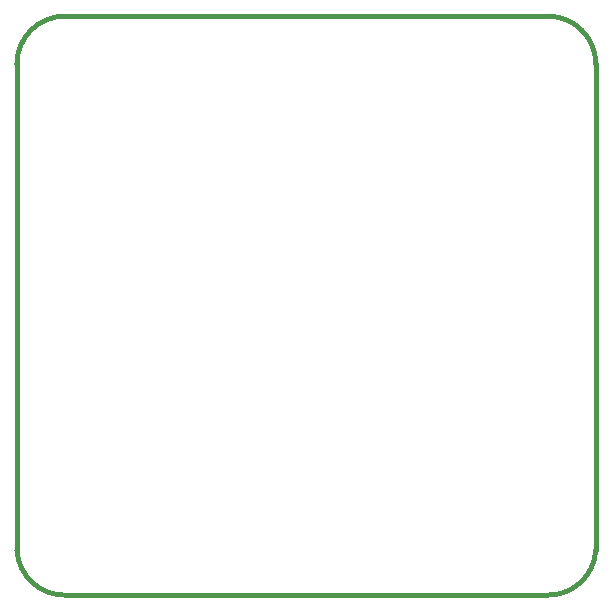
<source format=gbr>
G04 #@! TF.FileFunction,Profile,NP*
%FSLAX46Y46*%
G04 Gerber Fmt 4.6, Leading zero omitted, Abs format (unit mm)*
G04 Created by KiCad (PCBNEW (after 2015-mar-04 BZR unknown)-product) date 7/24/2015 4:51:47 PM*
%MOMM*%
G01*
G04 APERTURE LIST*
%ADD10C,0.150000*%
%ADD11C,0.381000*%
G04 APERTURE END LIST*
D10*
D11*
X99704000Y-89022000D02*
X59318000Y-89022000D01*
X104022000Y-44064000D02*
X104022000Y-85212000D01*
X59064000Y-40000000D02*
X99958000Y-40000000D01*
X55000000Y-85212000D02*
X55000000Y-44064000D01*
X55000000Y-85212000D02*
G75*
G03X59318000Y-89022000I4064000J254000D01*
G01*
X99704000Y-89022000D02*
G75*
G03X104022000Y-85212000I254000J4064000D01*
G01*
X104022000Y-44064000D02*
G75*
G03X99958000Y-40000000I-4064000J0D01*
G01*
X59064000Y-40000000D02*
G75*
G03X55000000Y-44064000I0J-4064000D01*
G01*
M02*

</source>
